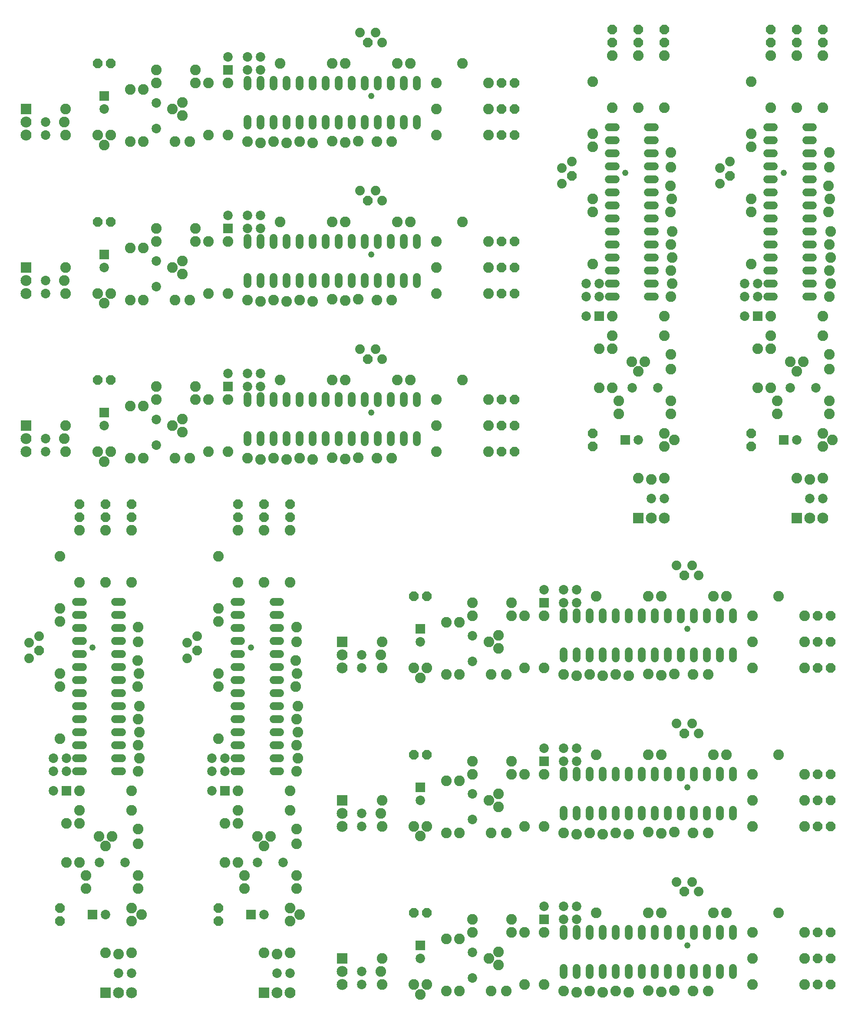
<source format=gbs>
G75*
G70*
%OFA0B0*%
%FSLAX25Y25*%
%IPPOS*%
%LPD*%
%AMOC8*
5,1,8,0,0,1.08239X$1,22.5*
%
%ADD149C,0.06000*%
%ADD163C,0.07400*%
%ADD202C,0.08200*%
%ADD31R,0.07300X0.07300*%
%ADD316C,0.04800*%
%ADD42C,0.08400*%
%ADD520C,0.07300*%
%ADD564R,0.08400X0.08400*%
%ADD635OC8,0.07400*%
X0020000Y0020000D02*
G75*
%LPD*%
D149*
X0107560Y0203750D02*
X0102360Y0203750D01*
X0102360Y0213750D02*
X0107560Y0213750D01*
X0107560Y0223750D02*
X0102360Y0223750D01*
X0102360Y0233750D02*
X0107560Y0233750D01*
X0107560Y0243750D02*
X0102360Y0243750D01*
X0102360Y0253750D02*
X0107560Y0253750D01*
X0107560Y0263750D02*
X0102360Y0263750D01*
X0102360Y0273750D02*
X0107560Y0273750D01*
X0107560Y0283750D02*
X0102360Y0283750D01*
X0102360Y0293750D02*
X0107560Y0293750D01*
X0107560Y0303750D02*
X0102360Y0303750D01*
X0102360Y0313750D02*
X0107560Y0313750D01*
X0107560Y0323750D02*
X0102360Y0323750D01*
X0102360Y0333750D02*
X0107560Y0333750D01*
X0077560Y0333750D02*
X0072360Y0333750D01*
X0072360Y0323750D02*
X0077560Y0323750D01*
X0077560Y0313750D02*
X0072360Y0313750D01*
X0072360Y0303750D02*
X0077560Y0303750D01*
X0077560Y0293750D02*
X0072360Y0293750D01*
X0072360Y0283750D02*
X0077560Y0283750D01*
X0077560Y0273750D02*
X0072360Y0273750D01*
X0072360Y0263750D02*
X0077560Y0263750D01*
X0077560Y0253750D02*
X0072360Y0253750D01*
X0072360Y0243750D02*
X0077560Y0243750D01*
X0077560Y0233750D02*
X0072360Y0233750D01*
X0072360Y0223750D02*
X0077560Y0223750D01*
X0077560Y0213750D02*
X0072360Y0213750D01*
X0072360Y0203750D02*
X0077560Y0203750D01*
D202*
X0074960Y0188750D03*
X0074960Y0173750D03*
X0074960Y0163750D03*
X0064960Y0163750D03*
X0064960Y0133750D03*
X0074960Y0133750D03*
X0079960Y0123750D03*
X0079960Y0113750D03*
X0089960Y0153750D03*
X0094960Y0146250D03*
X0099960Y0153750D03*
X0114960Y0173750D03*
X0114960Y0188750D03*
X0119960Y0203750D03*
X0120960Y0213750D03*
X0119960Y0223750D03*
X0120960Y0233750D03*
X0119960Y0243750D03*
X0120960Y0253750D03*
X0119460Y0268750D03*
X0120460Y0278750D03*
X0119460Y0288750D03*
X0119960Y0303050D03*
X0119960Y0314450D03*
X0114960Y0348750D03*
X0114960Y0388750D03*
X0094960Y0388750D03*
X0094960Y0348750D03*
X0074960Y0348750D03*
X0074960Y0388750D03*
X0059960Y0368750D03*
X0059960Y0328750D03*
X0059960Y0318750D03*
X0059960Y0278750D03*
X0059960Y0268750D03*
X0059960Y0228750D03*
X0094960Y0064250D03*
X0104960Y0063250D03*
X0114960Y0064250D03*
X0114960Y0088750D03*
X0114960Y0098750D03*
X0119960Y0113750D03*
X0119960Y0123750D03*
X0119960Y0148050D03*
X0119960Y0159450D03*
X0122460Y0093750D03*
D520*
X0109810Y0133750D03*
X0094960Y0093750D03*
X0090120Y0133750D03*
X0104960Y0048750D03*
X0114960Y0048750D03*
X0064960Y0203750D03*
X0064960Y0213750D03*
X0054960Y0213750D03*
X0054960Y0203750D03*
X0054960Y0188750D03*
D31*
X0064960Y0188750D03*
X0084960Y0093750D03*
D564*
X0094960Y0033750D03*
D42*
X0114960Y0033750D03*
X0104960Y0033750D03*
D635*
X0059960Y0088750D03*
X0059960Y0098750D03*
X0043780Y0296250D03*
X0074960Y0398750D03*
X0074960Y0408750D03*
X0094960Y0408750D03*
X0094960Y0398750D03*
X0114960Y0398750D03*
X0114960Y0408750D03*
D163*
X0043780Y0307250D03*
X0036150Y0302250D03*
X0036150Y0290250D03*
D316*
X0084960Y0298750D03*
X0020000Y0428950D02*
G75*
%LPD*%
D149*
X0203750Y0456350D02*
X0203750Y0461550D01*
X0213750Y0461550D02*
X0213750Y0456350D01*
X0223750Y0456350D02*
X0223750Y0461550D01*
X0233750Y0461550D02*
X0233750Y0456350D01*
X0243750Y0456350D02*
X0243750Y0461550D01*
X0253750Y0461550D02*
X0253750Y0456350D01*
X0263750Y0456350D02*
X0263750Y0461550D01*
X0273750Y0461550D02*
X0273750Y0456350D01*
X0283750Y0456350D02*
X0283750Y0461550D01*
X0293750Y0461550D02*
X0293750Y0456350D01*
X0303750Y0456350D02*
X0303750Y0461550D01*
X0313750Y0461550D02*
X0313750Y0456350D01*
X0323750Y0456350D02*
X0323750Y0461550D01*
X0333750Y0461550D02*
X0333750Y0456350D01*
X0333750Y0486350D02*
X0333750Y0491550D01*
X0323750Y0491550D02*
X0323750Y0486350D01*
X0313750Y0486350D02*
X0313750Y0491550D01*
X0303750Y0491550D02*
X0303750Y0486350D01*
X0293750Y0486350D02*
X0293750Y0491550D01*
X0283750Y0491550D02*
X0283750Y0486350D01*
X0273750Y0486350D02*
X0273750Y0491550D01*
X0263750Y0491550D02*
X0263750Y0486350D01*
X0253750Y0486350D02*
X0253750Y0491550D01*
X0243750Y0491550D02*
X0243750Y0486350D01*
X0233750Y0486350D02*
X0233750Y0491550D01*
X0223750Y0491550D02*
X0223750Y0486350D01*
X0213750Y0486350D02*
X0213750Y0491550D01*
X0203750Y0491550D02*
X0203750Y0486350D01*
D202*
X0188750Y0488950D03*
X0173750Y0488950D03*
X0163750Y0488950D03*
X0163750Y0498950D03*
X0133750Y0498950D03*
X0133750Y0488950D03*
X0123750Y0483950D03*
X0113750Y0483950D03*
X0153750Y0473950D03*
X0146250Y0468950D03*
X0153750Y0463950D03*
X0173750Y0448950D03*
X0188750Y0448950D03*
X0203750Y0443950D03*
X0213750Y0442950D03*
X0223750Y0443950D03*
X0233750Y0442950D03*
X0243750Y0443950D03*
X0253750Y0442950D03*
X0268750Y0444450D03*
X0278750Y0443450D03*
X0288750Y0444450D03*
X0303050Y0443950D03*
X0314450Y0443950D03*
X0348750Y0448950D03*
X0388750Y0448950D03*
X0388750Y0468950D03*
X0348750Y0468950D03*
X0348750Y0488950D03*
X0388750Y0488950D03*
X0368750Y0503950D03*
X0328750Y0503950D03*
X0318750Y0503950D03*
X0278750Y0503950D03*
X0268750Y0503950D03*
X0228750Y0503950D03*
X0064250Y0468950D03*
X0063250Y0458950D03*
X0064250Y0448950D03*
X0088750Y0448950D03*
X0098750Y0448950D03*
X0113750Y0443950D03*
X0123750Y0443950D03*
X0148050Y0443950D03*
X0159450Y0443950D03*
X0093750Y0441450D03*
D520*
X0133750Y0454100D03*
X0093750Y0468950D03*
X0133750Y0473790D03*
X0048750Y0458950D03*
X0048750Y0448950D03*
X0203750Y0498950D03*
X0213750Y0498950D03*
X0213750Y0508950D03*
X0203750Y0508950D03*
X0188750Y0508950D03*
D31*
X0188750Y0498950D03*
X0093750Y0478950D03*
D564*
X0033750Y0468950D03*
D42*
X0033750Y0448950D03*
X0033750Y0458950D03*
D635*
X0088750Y0503950D03*
X0098750Y0503950D03*
X0296250Y0520130D03*
X0398750Y0488950D03*
X0408750Y0488950D03*
X0408750Y0468950D03*
X0398750Y0468950D03*
X0398750Y0448950D03*
X0408750Y0448950D03*
D163*
X0307250Y0520130D03*
X0302250Y0527760D03*
X0290250Y0527760D03*
D316*
X0298750Y0478950D03*
X0141460Y0020000D02*
G75*
%LPD*%
D149*
X0229020Y0203750D02*
X0223820Y0203750D01*
X0223820Y0213750D02*
X0229020Y0213750D01*
X0229020Y0223750D02*
X0223820Y0223750D01*
X0223820Y0233750D02*
X0229020Y0233750D01*
X0229020Y0243750D02*
X0223820Y0243750D01*
X0223820Y0253750D02*
X0229020Y0253750D01*
X0229020Y0263750D02*
X0223820Y0263750D01*
X0223820Y0273750D02*
X0229020Y0273750D01*
X0229020Y0283750D02*
X0223820Y0283750D01*
X0223820Y0293750D02*
X0229020Y0293750D01*
X0229020Y0303750D02*
X0223820Y0303750D01*
X0223820Y0313750D02*
X0229020Y0313750D01*
X0229020Y0323750D02*
X0223820Y0323750D01*
X0223820Y0333750D02*
X0229020Y0333750D01*
X0199020Y0333750D02*
X0193820Y0333750D01*
X0193820Y0323750D02*
X0199020Y0323750D01*
X0199020Y0313750D02*
X0193820Y0313750D01*
X0193820Y0303750D02*
X0199020Y0303750D01*
X0199020Y0293750D02*
X0193820Y0293750D01*
X0193820Y0283750D02*
X0199020Y0283750D01*
X0199020Y0273750D02*
X0193820Y0273750D01*
X0193820Y0263750D02*
X0199020Y0263750D01*
X0199020Y0253750D02*
X0193820Y0253750D01*
X0193820Y0243750D02*
X0199020Y0243750D01*
X0199020Y0233750D02*
X0193820Y0233750D01*
X0193820Y0223750D02*
X0199020Y0223750D01*
X0199020Y0213750D02*
X0193820Y0213750D01*
X0193820Y0203750D02*
X0199020Y0203750D01*
D202*
X0196420Y0188750D03*
X0196420Y0173750D03*
X0196420Y0163750D03*
X0186420Y0163750D03*
X0186420Y0133750D03*
X0196420Y0133750D03*
X0201420Y0123750D03*
X0201420Y0113750D03*
X0211420Y0153750D03*
X0216420Y0146250D03*
X0221420Y0153750D03*
X0236420Y0173750D03*
X0236420Y0188750D03*
X0241420Y0203750D03*
X0242420Y0213750D03*
X0241420Y0223750D03*
X0242420Y0233750D03*
X0241420Y0243750D03*
X0242420Y0253750D03*
X0240920Y0268750D03*
X0241920Y0278750D03*
X0240920Y0288750D03*
X0241420Y0303050D03*
X0241420Y0314450D03*
X0236420Y0348750D03*
X0236420Y0388750D03*
X0216420Y0388750D03*
X0216420Y0348750D03*
X0196420Y0348750D03*
X0196420Y0388750D03*
X0181420Y0368750D03*
X0181420Y0328750D03*
X0181420Y0318750D03*
X0181420Y0278750D03*
X0181420Y0268750D03*
X0181420Y0228750D03*
X0216420Y0064250D03*
X0226420Y0063250D03*
X0236420Y0064250D03*
X0236420Y0088750D03*
X0236420Y0098750D03*
X0241420Y0113750D03*
X0241420Y0123750D03*
X0241420Y0148050D03*
X0241420Y0159450D03*
X0243920Y0093750D03*
D520*
X0231270Y0133750D03*
X0216420Y0093750D03*
X0211580Y0133750D03*
X0226420Y0048750D03*
X0236420Y0048750D03*
X0186420Y0203750D03*
X0186420Y0213750D03*
X0176420Y0213750D03*
X0176420Y0203750D03*
X0176420Y0188750D03*
D31*
X0186420Y0188750D03*
X0206420Y0093750D03*
D564*
X0216420Y0033750D03*
D42*
X0236420Y0033750D03*
X0226420Y0033750D03*
D635*
X0181420Y0088750D03*
X0181420Y0098750D03*
X0165240Y0296250D03*
X0196420Y0398750D03*
X0196420Y0408750D03*
X0216420Y0408750D03*
X0216420Y0398750D03*
X0236420Y0398750D03*
X0236420Y0408750D03*
D163*
X0165240Y0307250D03*
X0157610Y0302250D03*
X0157610Y0290250D03*
D316*
X0206420Y0298750D03*
X0020000Y0550410D02*
G75*
%LPD*%
D149*
X0203750Y0577810D02*
X0203750Y0583010D01*
X0213750Y0583010D02*
X0213750Y0577810D01*
X0223750Y0577810D02*
X0223750Y0583010D01*
X0233750Y0583010D02*
X0233750Y0577810D01*
X0243750Y0577810D02*
X0243750Y0583010D01*
X0253750Y0583010D02*
X0253750Y0577810D01*
X0263750Y0577810D02*
X0263750Y0583010D01*
X0273750Y0583010D02*
X0273750Y0577810D01*
X0283750Y0577810D02*
X0283750Y0583010D01*
X0293750Y0583010D02*
X0293750Y0577810D01*
X0303750Y0577810D02*
X0303750Y0583010D01*
X0313750Y0583010D02*
X0313750Y0577810D01*
X0323750Y0577810D02*
X0323750Y0583010D01*
X0333750Y0583010D02*
X0333750Y0577810D01*
X0333750Y0607810D02*
X0333750Y0613010D01*
X0323750Y0613010D02*
X0323750Y0607810D01*
X0313750Y0607810D02*
X0313750Y0613010D01*
X0303750Y0613010D02*
X0303750Y0607810D01*
X0293750Y0607810D02*
X0293750Y0613010D01*
X0283750Y0613010D02*
X0283750Y0607810D01*
X0273750Y0607810D02*
X0273750Y0613010D01*
X0263750Y0613010D02*
X0263750Y0607810D01*
X0253750Y0607810D02*
X0253750Y0613010D01*
X0243750Y0613010D02*
X0243750Y0607810D01*
X0233750Y0607810D02*
X0233750Y0613010D01*
X0223750Y0613010D02*
X0223750Y0607810D01*
X0213750Y0607810D02*
X0213750Y0613010D01*
X0203750Y0613010D02*
X0203750Y0607810D01*
D202*
X0188750Y0610410D03*
X0173750Y0610410D03*
X0163750Y0610410D03*
X0163750Y0620410D03*
X0133750Y0620410D03*
X0133750Y0610410D03*
X0123750Y0605410D03*
X0113750Y0605410D03*
X0153750Y0595410D03*
X0146250Y0590410D03*
X0153750Y0585410D03*
X0173750Y0570410D03*
X0188750Y0570410D03*
X0203750Y0565410D03*
X0213750Y0564410D03*
X0223750Y0565410D03*
X0233750Y0564410D03*
X0243750Y0565410D03*
X0253750Y0564410D03*
X0268750Y0565910D03*
X0278750Y0564910D03*
X0288750Y0565910D03*
X0303050Y0565410D03*
X0314450Y0565410D03*
X0348750Y0570410D03*
X0388750Y0570410D03*
X0388750Y0590410D03*
X0348750Y0590410D03*
X0348750Y0610410D03*
X0388750Y0610410D03*
X0368750Y0625410D03*
X0328750Y0625410D03*
X0318750Y0625410D03*
X0278750Y0625410D03*
X0268750Y0625410D03*
X0228750Y0625410D03*
X0064250Y0590410D03*
X0063250Y0580410D03*
X0064250Y0570410D03*
X0088750Y0570410D03*
X0098750Y0570410D03*
X0113750Y0565410D03*
X0123750Y0565410D03*
X0148050Y0565410D03*
X0159450Y0565410D03*
X0093750Y0562910D03*
D520*
X0133750Y0575560D03*
X0093750Y0590410D03*
X0133750Y0595250D03*
X0048750Y0580410D03*
X0048750Y0570410D03*
X0203750Y0620410D03*
X0213750Y0620410D03*
X0213750Y0630410D03*
X0203750Y0630410D03*
X0188750Y0630410D03*
D31*
X0188750Y0620410D03*
X0093750Y0600410D03*
D564*
X0033750Y0590410D03*
D42*
X0033750Y0570410D03*
X0033750Y0580410D03*
D635*
X0088750Y0625410D03*
X0098750Y0625410D03*
X0296250Y0641590D03*
X0398750Y0610410D03*
X0408750Y0610410D03*
X0408750Y0590410D03*
X0398750Y0590410D03*
X0398750Y0570410D03*
X0408750Y0570410D03*
D163*
X0307250Y0641590D03*
X0302250Y0649220D03*
X0290250Y0649220D03*
D316*
X0298750Y0600410D03*
X0262920Y0020000D02*
G75*
%LPD*%
D149*
X0446670Y0047400D02*
X0446670Y0052600D01*
X0456670Y0052600D02*
X0456670Y0047400D01*
X0466670Y0047400D02*
X0466670Y0052600D01*
X0476670Y0052600D02*
X0476670Y0047400D01*
X0486670Y0047400D02*
X0486670Y0052600D01*
X0496670Y0052600D02*
X0496670Y0047400D01*
X0506670Y0047400D02*
X0506670Y0052600D01*
X0516670Y0052600D02*
X0516670Y0047400D01*
X0526670Y0047400D02*
X0526670Y0052600D01*
X0536670Y0052600D02*
X0536670Y0047400D01*
X0546670Y0047400D02*
X0546670Y0052600D01*
X0556670Y0052600D02*
X0556670Y0047400D01*
X0566670Y0047400D02*
X0566670Y0052600D01*
X0576670Y0052600D02*
X0576670Y0047400D01*
X0576670Y0077400D02*
X0576670Y0082600D01*
X0566670Y0082600D02*
X0566670Y0077400D01*
X0556670Y0077400D02*
X0556670Y0082600D01*
X0546670Y0082600D02*
X0546670Y0077400D01*
X0536670Y0077400D02*
X0536670Y0082600D01*
X0526670Y0082600D02*
X0526670Y0077400D01*
X0516670Y0077400D02*
X0516670Y0082600D01*
X0506670Y0082600D02*
X0506670Y0077400D01*
X0496670Y0077400D02*
X0496670Y0082600D01*
X0486670Y0082600D02*
X0486670Y0077400D01*
X0476670Y0077400D02*
X0476670Y0082600D01*
X0466670Y0082600D02*
X0466670Y0077400D01*
X0456670Y0077400D02*
X0456670Y0082600D01*
X0446670Y0082600D02*
X0446670Y0077400D01*
D202*
X0431670Y0080000D03*
X0416670Y0080000D03*
X0406670Y0080000D03*
X0406670Y0090000D03*
X0376670Y0090000D03*
X0376670Y0080000D03*
X0366670Y0075000D03*
X0356670Y0075000D03*
X0396670Y0065000D03*
X0389170Y0060000D03*
X0396670Y0055000D03*
X0416670Y0040000D03*
X0431670Y0040000D03*
X0446670Y0035000D03*
X0456670Y0034000D03*
X0466670Y0035000D03*
X0476670Y0034000D03*
X0486670Y0035000D03*
X0496670Y0034000D03*
X0511670Y0035500D03*
X0521670Y0034500D03*
X0531670Y0035500D03*
X0545970Y0035000D03*
X0557370Y0035000D03*
X0591670Y0040000D03*
X0631670Y0040000D03*
X0631670Y0060000D03*
X0591670Y0060000D03*
X0591670Y0080000D03*
X0631670Y0080000D03*
X0611670Y0095000D03*
X0571670Y0095000D03*
X0561670Y0095000D03*
X0521670Y0095000D03*
X0511670Y0095000D03*
X0471670Y0095000D03*
X0307170Y0060000D03*
X0306170Y0050000D03*
X0307170Y0040000D03*
X0331670Y0040000D03*
X0341670Y0040000D03*
X0356670Y0035000D03*
X0366670Y0035000D03*
X0390970Y0035000D03*
X0402370Y0035000D03*
X0336670Y0032500D03*
D520*
X0376670Y0045150D03*
X0336670Y0060000D03*
X0376670Y0064840D03*
X0291670Y0050000D03*
X0291670Y0040000D03*
X0446670Y0090000D03*
X0456670Y0090000D03*
X0456670Y0100000D03*
X0446670Y0100000D03*
X0431670Y0100000D03*
D31*
X0431670Y0090000D03*
X0336670Y0070000D03*
D564*
X0276670Y0060000D03*
D42*
X0276670Y0040000D03*
X0276670Y0050000D03*
D635*
X0331670Y0095000D03*
X0341670Y0095000D03*
X0539170Y0111180D03*
X0641670Y0080000D03*
X0651670Y0080000D03*
X0651670Y0060000D03*
X0641670Y0060000D03*
X0641670Y0040000D03*
X0651670Y0040000D03*
D163*
X0550170Y0111180D03*
X0545170Y0118810D03*
X0533170Y0118810D03*
D316*
X0541670Y0070000D03*
X0262920Y0141460D02*
G75*
%LPD*%
D149*
X0446670Y0168860D02*
X0446670Y0174060D01*
X0456670Y0174060D02*
X0456670Y0168860D01*
X0466670Y0168860D02*
X0466670Y0174060D01*
X0476670Y0174060D02*
X0476670Y0168860D01*
X0486670Y0168860D02*
X0486670Y0174060D01*
X0496670Y0174060D02*
X0496670Y0168860D01*
X0506670Y0168860D02*
X0506670Y0174060D01*
X0516670Y0174060D02*
X0516670Y0168860D01*
X0526670Y0168860D02*
X0526670Y0174060D01*
X0536670Y0174060D02*
X0536670Y0168860D01*
X0546670Y0168860D02*
X0546670Y0174060D01*
X0556670Y0174060D02*
X0556670Y0168860D01*
X0566670Y0168860D02*
X0566670Y0174060D01*
X0576670Y0174060D02*
X0576670Y0168860D01*
X0576670Y0198860D02*
X0576670Y0204060D01*
X0566670Y0204060D02*
X0566670Y0198860D01*
X0556670Y0198860D02*
X0556670Y0204060D01*
X0546670Y0204060D02*
X0546670Y0198860D01*
X0536670Y0198860D02*
X0536670Y0204060D01*
X0526670Y0204060D02*
X0526670Y0198860D01*
X0516670Y0198860D02*
X0516670Y0204060D01*
X0506670Y0204060D02*
X0506670Y0198860D01*
X0496670Y0198860D02*
X0496670Y0204060D01*
X0486670Y0204060D02*
X0486670Y0198860D01*
X0476670Y0198860D02*
X0476670Y0204060D01*
X0466670Y0204060D02*
X0466670Y0198860D01*
X0456670Y0198860D02*
X0456670Y0204060D01*
X0446670Y0204060D02*
X0446670Y0198860D01*
D202*
X0431670Y0201460D03*
X0416670Y0201460D03*
X0406670Y0201460D03*
X0406670Y0211460D03*
X0376670Y0211460D03*
X0376670Y0201460D03*
X0366670Y0196460D03*
X0356670Y0196460D03*
X0396670Y0186460D03*
X0389170Y0181460D03*
X0396670Y0176460D03*
X0416670Y0161460D03*
X0431670Y0161460D03*
X0446670Y0156460D03*
X0456670Y0155460D03*
X0466670Y0156460D03*
X0476670Y0155460D03*
X0486670Y0156460D03*
X0496670Y0155460D03*
X0511670Y0156960D03*
X0521670Y0155960D03*
X0531670Y0156960D03*
X0545970Y0156460D03*
X0557370Y0156460D03*
X0591670Y0161460D03*
X0631670Y0161460D03*
X0631670Y0181460D03*
X0591670Y0181460D03*
X0591670Y0201460D03*
X0631670Y0201460D03*
X0611670Y0216460D03*
X0571670Y0216460D03*
X0561670Y0216460D03*
X0521670Y0216460D03*
X0511670Y0216460D03*
X0471670Y0216460D03*
X0307170Y0181460D03*
X0306170Y0171460D03*
X0307170Y0161460D03*
X0331670Y0161460D03*
X0341670Y0161460D03*
X0356670Y0156460D03*
X0366670Y0156460D03*
X0390970Y0156460D03*
X0402370Y0156460D03*
X0336670Y0153960D03*
D520*
X0376670Y0166610D03*
X0336670Y0181460D03*
X0376670Y0186300D03*
X0291670Y0171460D03*
X0291670Y0161460D03*
X0446670Y0211460D03*
X0456670Y0211460D03*
X0456670Y0221460D03*
X0446670Y0221460D03*
X0431670Y0221460D03*
D31*
X0431670Y0211460D03*
X0336670Y0191460D03*
D564*
X0276670Y0181460D03*
D42*
X0276670Y0161460D03*
X0276670Y0171460D03*
D635*
X0331670Y0216460D03*
X0341670Y0216460D03*
X0539170Y0232640D03*
X0641670Y0201460D03*
X0651670Y0201460D03*
X0651670Y0181460D03*
X0641670Y0181460D03*
X0641670Y0161460D03*
X0651670Y0161460D03*
D163*
X0550170Y0232640D03*
X0545170Y0240270D03*
X0533170Y0240270D03*
D316*
X0541670Y0191460D03*
X0262920Y0262920D02*
G75*
%LPD*%
D149*
X0446670Y0290320D02*
X0446670Y0295520D01*
X0456670Y0295520D02*
X0456670Y0290320D01*
X0466670Y0290320D02*
X0466670Y0295520D01*
X0476670Y0295520D02*
X0476670Y0290320D01*
X0486670Y0290320D02*
X0486670Y0295520D01*
X0496670Y0295520D02*
X0496670Y0290320D01*
X0506670Y0290320D02*
X0506670Y0295520D01*
X0516670Y0295520D02*
X0516670Y0290320D01*
X0526670Y0290320D02*
X0526670Y0295520D01*
X0536670Y0295520D02*
X0536670Y0290320D01*
X0546670Y0290320D02*
X0546670Y0295520D01*
X0556670Y0295520D02*
X0556670Y0290320D01*
X0566670Y0290320D02*
X0566670Y0295520D01*
X0576670Y0295520D02*
X0576670Y0290320D01*
X0576670Y0320320D02*
X0576670Y0325520D01*
X0566670Y0325520D02*
X0566670Y0320320D01*
X0556670Y0320320D02*
X0556670Y0325520D01*
X0546670Y0325520D02*
X0546670Y0320320D01*
X0536670Y0320320D02*
X0536670Y0325520D01*
X0526670Y0325520D02*
X0526670Y0320320D01*
X0516670Y0320320D02*
X0516670Y0325520D01*
X0506670Y0325520D02*
X0506670Y0320320D01*
X0496670Y0320320D02*
X0496670Y0325520D01*
X0486670Y0325520D02*
X0486670Y0320320D01*
X0476670Y0320320D02*
X0476670Y0325520D01*
X0466670Y0325520D02*
X0466670Y0320320D01*
X0456670Y0320320D02*
X0456670Y0325520D01*
X0446670Y0325520D02*
X0446670Y0320320D01*
D202*
X0431670Y0322920D03*
X0416670Y0322920D03*
X0406670Y0322920D03*
X0406670Y0332920D03*
X0376670Y0332920D03*
X0376670Y0322920D03*
X0366670Y0317920D03*
X0356670Y0317920D03*
X0396670Y0307920D03*
X0389170Y0302920D03*
X0396670Y0297920D03*
X0416670Y0282920D03*
X0431670Y0282920D03*
X0446670Y0277920D03*
X0456670Y0276920D03*
X0466670Y0277920D03*
X0476670Y0276920D03*
X0486670Y0277920D03*
X0496670Y0276920D03*
X0511670Y0278420D03*
X0521670Y0277420D03*
X0531670Y0278420D03*
X0545970Y0277920D03*
X0557370Y0277920D03*
X0591670Y0282920D03*
X0631670Y0282920D03*
X0631670Y0302920D03*
X0591670Y0302920D03*
X0591670Y0322920D03*
X0631670Y0322920D03*
X0611670Y0337920D03*
X0571670Y0337920D03*
X0561670Y0337920D03*
X0521670Y0337920D03*
X0511670Y0337920D03*
X0471670Y0337920D03*
X0307170Y0302920D03*
X0306170Y0292920D03*
X0307170Y0282920D03*
X0331670Y0282920D03*
X0341670Y0282920D03*
X0356670Y0277920D03*
X0366670Y0277920D03*
X0390970Y0277920D03*
X0402370Y0277920D03*
X0336670Y0275420D03*
D520*
X0376670Y0288070D03*
X0336670Y0302920D03*
X0376670Y0307760D03*
X0291670Y0292920D03*
X0291670Y0282920D03*
X0446670Y0332920D03*
X0456670Y0332920D03*
X0456670Y0342920D03*
X0446670Y0342920D03*
X0431670Y0342920D03*
D31*
X0431670Y0332920D03*
X0336670Y0312920D03*
D564*
X0276670Y0302920D03*
D42*
X0276670Y0282920D03*
X0276670Y0292920D03*
D635*
X0331670Y0337920D03*
X0341670Y0337920D03*
X0539170Y0354100D03*
X0641670Y0322920D03*
X0651670Y0322920D03*
X0651670Y0302920D03*
X0641670Y0302920D03*
X0641670Y0282920D03*
X0651670Y0282920D03*
D163*
X0550170Y0354100D03*
X0545170Y0361730D03*
X0533170Y0361730D03*
D316*
X0541670Y0312920D03*
X0020000Y0671870D02*
G75*
%LPD*%
D149*
X0203750Y0699270D02*
X0203750Y0704470D01*
X0213750Y0704470D02*
X0213750Y0699270D01*
X0223750Y0699270D02*
X0223750Y0704470D01*
X0233750Y0704470D02*
X0233750Y0699270D01*
X0243750Y0699270D02*
X0243750Y0704470D01*
X0253750Y0704470D02*
X0253750Y0699270D01*
X0263750Y0699270D02*
X0263750Y0704470D01*
X0273750Y0704470D02*
X0273750Y0699270D01*
X0283750Y0699270D02*
X0283750Y0704470D01*
X0293750Y0704470D02*
X0293750Y0699270D01*
X0303750Y0699270D02*
X0303750Y0704470D01*
X0313750Y0704470D02*
X0313750Y0699270D01*
X0323750Y0699270D02*
X0323750Y0704470D01*
X0333750Y0704470D02*
X0333750Y0699270D01*
X0333750Y0729270D02*
X0333750Y0734470D01*
X0323750Y0734470D02*
X0323750Y0729270D01*
X0313750Y0729270D02*
X0313750Y0734470D01*
X0303750Y0734470D02*
X0303750Y0729270D01*
X0293750Y0729270D02*
X0293750Y0734470D01*
X0283750Y0734470D02*
X0283750Y0729270D01*
X0273750Y0729270D02*
X0273750Y0734470D01*
X0263750Y0734470D02*
X0263750Y0729270D01*
X0253750Y0729270D02*
X0253750Y0734470D01*
X0243750Y0734470D02*
X0243750Y0729270D01*
X0233750Y0729270D02*
X0233750Y0734470D01*
X0223750Y0734470D02*
X0223750Y0729270D01*
X0213750Y0729270D02*
X0213750Y0734470D01*
X0203750Y0734470D02*
X0203750Y0729270D01*
D202*
X0188750Y0731870D03*
X0173750Y0731870D03*
X0163750Y0731870D03*
X0163750Y0741870D03*
X0133750Y0741870D03*
X0133750Y0731870D03*
X0123750Y0726870D03*
X0113750Y0726870D03*
X0153750Y0716870D03*
X0146250Y0711870D03*
X0153750Y0706870D03*
X0173750Y0691870D03*
X0188750Y0691870D03*
X0203750Y0686870D03*
X0213750Y0685870D03*
X0223750Y0686870D03*
X0233750Y0685870D03*
X0243750Y0686870D03*
X0253750Y0685870D03*
X0268750Y0687370D03*
X0278750Y0686370D03*
X0288750Y0687370D03*
X0303050Y0686870D03*
X0314450Y0686870D03*
X0348750Y0691870D03*
X0388750Y0691870D03*
X0388750Y0711870D03*
X0348750Y0711870D03*
X0348750Y0731870D03*
X0388750Y0731870D03*
X0368750Y0746870D03*
X0328750Y0746870D03*
X0318750Y0746870D03*
X0278750Y0746870D03*
X0268750Y0746870D03*
X0228750Y0746870D03*
X0064250Y0711870D03*
X0063250Y0701870D03*
X0064250Y0691870D03*
X0088750Y0691870D03*
X0098750Y0691870D03*
X0113750Y0686870D03*
X0123750Y0686870D03*
X0148050Y0686870D03*
X0159450Y0686870D03*
X0093750Y0684370D03*
D520*
X0133750Y0697020D03*
X0093750Y0711870D03*
X0133750Y0716710D03*
X0048750Y0701870D03*
X0048750Y0691870D03*
X0203750Y0741870D03*
X0213750Y0741870D03*
X0213750Y0751870D03*
X0203750Y0751870D03*
X0188750Y0751870D03*
D31*
X0188750Y0741870D03*
X0093750Y0721870D03*
D564*
X0033750Y0711870D03*
D42*
X0033750Y0691870D03*
X0033750Y0701870D03*
D635*
X0088750Y0746870D03*
X0098750Y0746870D03*
X0296250Y0763050D03*
X0398750Y0731870D03*
X0408750Y0731870D03*
X0408750Y0711870D03*
X0398750Y0711870D03*
X0398750Y0691870D03*
X0408750Y0691870D03*
D163*
X0307250Y0763050D03*
X0302250Y0770680D03*
X0290250Y0770680D03*
D316*
X0298750Y0721870D03*
X0428950Y0384380D02*
G75*
%LPD*%
D149*
X0516510Y0568130D02*
X0511310Y0568130D01*
X0511310Y0578130D02*
X0516510Y0578130D01*
X0516510Y0588130D02*
X0511310Y0588130D01*
X0511310Y0598130D02*
X0516510Y0598130D01*
X0516510Y0608130D02*
X0511310Y0608130D01*
X0511310Y0618130D02*
X0516510Y0618130D01*
X0516510Y0628130D02*
X0511310Y0628130D01*
X0511310Y0638130D02*
X0516510Y0638130D01*
X0516510Y0648130D02*
X0511310Y0648130D01*
X0511310Y0658130D02*
X0516510Y0658130D01*
X0516510Y0668130D02*
X0511310Y0668130D01*
X0511310Y0678130D02*
X0516510Y0678130D01*
X0516510Y0688130D02*
X0511310Y0688130D01*
X0511310Y0698130D02*
X0516510Y0698130D01*
X0486510Y0698130D02*
X0481310Y0698130D01*
X0481310Y0688130D02*
X0486510Y0688130D01*
X0486510Y0678130D02*
X0481310Y0678130D01*
X0481310Y0668130D02*
X0486510Y0668130D01*
X0486510Y0658130D02*
X0481310Y0658130D01*
X0481310Y0648130D02*
X0486510Y0648130D01*
X0486510Y0638130D02*
X0481310Y0638130D01*
X0481310Y0628130D02*
X0486510Y0628130D01*
X0486510Y0618130D02*
X0481310Y0618130D01*
X0481310Y0608130D02*
X0486510Y0608130D01*
X0486510Y0598130D02*
X0481310Y0598130D01*
X0481310Y0588130D02*
X0486510Y0588130D01*
X0486510Y0578130D02*
X0481310Y0578130D01*
X0481310Y0568130D02*
X0486510Y0568130D01*
D202*
X0483910Y0553130D03*
X0483910Y0538130D03*
X0483910Y0528130D03*
X0473910Y0528130D03*
X0473910Y0498130D03*
X0483910Y0498130D03*
X0488910Y0488130D03*
X0488910Y0478130D03*
X0498910Y0518130D03*
X0503910Y0510630D03*
X0508910Y0518130D03*
X0523910Y0538130D03*
X0523910Y0553130D03*
X0528910Y0568130D03*
X0529910Y0578130D03*
X0528910Y0588130D03*
X0529910Y0598130D03*
X0528910Y0608130D03*
X0529910Y0618130D03*
X0528410Y0633130D03*
X0529410Y0643130D03*
X0528410Y0653130D03*
X0528910Y0667430D03*
X0528910Y0678830D03*
X0523910Y0713130D03*
X0523910Y0753130D03*
X0503910Y0753130D03*
X0503910Y0713130D03*
X0483910Y0713130D03*
X0483910Y0753130D03*
X0468910Y0733130D03*
X0468910Y0693130D03*
X0468910Y0683130D03*
X0468910Y0643130D03*
X0468910Y0633130D03*
X0468910Y0593130D03*
X0503910Y0428630D03*
X0513910Y0427630D03*
X0523910Y0428630D03*
X0523910Y0453130D03*
X0523910Y0463130D03*
X0528910Y0478130D03*
X0528910Y0488130D03*
X0528910Y0512430D03*
X0528910Y0523830D03*
X0531410Y0458130D03*
D520*
X0518760Y0498130D03*
X0503910Y0458130D03*
X0499070Y0498130D03*
X0513910Y0413130D03*
X0523910Y0413130D03*
X0473910Y0568130D03*
X0473910Y0578130D03*
X0463910Y0578130D03*
X0463910Y0568130D03*
X0463910Y0553130D03*
D31*
X0473910Y0553130D03*
X0493910Y0458130D03*
D564*
X0503910Y0398130D03*
D42*
X0523910Y0398130D03*
X0513910Y0398130D03*
D635*
X0468910Y0453130D03*
X0468910Y0463130D03*
X0452730Y0660630D03*
X0483910Y0763130D03*
X0483910Y0773130D03*
X0503910Y0773130D03*
X0503910Y0763130D03*
X0523910Y0763130D03*
X0523910Y0773130D03*
D163*
X0452730Y0671630D03*
X0445100Y0666630D03*
X0445100Y0654630D03*
D316*
X0493910Y0663130D03*
X0550410Y0384380D02*
G75*
%LPD*%
D149*
X0637970Y0568130D02*
X0632770Y0568130D01*
X0632770Y0578130D02*
X0637970Y0578130D01*
X0637970Y0588130D02*
X0632770Y0588130D01*
X0632770Y0598130D02*
X0637970Y0598130D01*
X0637970Y0608130D02*
X0632770Y0608130D01*
X0632770Y0618130D02*
X0637970Y0618130D01*
X0637970Y0628130D02*
X0632770Y0628130D01*
X0632770Y0638130D02*
X0637970Y0638130D01*
X0637970Y0648130D02*
X0632770Y0648130D01*
X0632770Y0658130D02*
X0637970Y0658130D01*
X0637970Y0668130D02*
X0632770Y0668130D01*
X0632770Y0678130D02*
X0637970Y0678130D01*
X0637970Y0688130D02*
X0632770Y0688130D01*
X0632770Y0698130D02*
X0637970Y0698130D01*
X0607970Y0698130D02*
X0602770Y0698130D01*
X0602770Y0688130D02*
X0607970Y0688130D01*
X0607970Y0678130D02*
X0602770Y0678130D01*
X0602770Y0668130D02*
X0607970Y0668130D01*
X0607970Y0658130D02*
X0602770Y0658130D01*
X0602770Y0648130D02*
X0607970Y0648130D01*
X0607970Y0638130D02*
X0602770Y0638130D01*
X0602770Y0628130D02*
X0607970Y0628130D01*
X0607970Y0618130D02*
X0602770Y0618130D01*
X0602770Y0608130D02*
X0607970Y0608130D01*
X0607970Y0598130D02*
X0602770Y0598130D01*
X0602770Y0588130D02*
X0607970Y0588130D01*
X0607970Y0578130D02*
X0602770Y0578130D01*
X0602770Y0568130D02*
X0607970Y0568130D01*
D202*
X0605370Y0553130D03*
X0605370Y0538130D03*
X0605370Y0528130D03*
X0595370Y0528130D03*
X0595370Y0498130D03*
X0605370Y0498130D03*
X0610370Y0488130D03*
X0610370Y0478130D03*
X0620370Y0518130D03*
X0625370Y0510630D03*
X0630370Y0518130D03*
X0645370Y0538130D03*
X0645370Y0553130D03*
X0650370Y0568130D03*
X0651370Y0578130D03*
X0650370Y0588130D03*
X0651370Y0598130D03*
X0650370Y0608130D03*
X0651370Y0618130D03*
X0649870Y0633130D03*
X0650870Y0643130D03*
X0649870Y0653130D03*
X0650370Y0667430D03*
X0650370Y0678830D03*
X0645370Y0713130D03*
X0645370Y0753130D03*
X0625370Y0753130D03*
X0625370Y0713130D03*
X0605370Y0713130D03*
X0605370Y0753130D03*
X0590370Y0733130D03*
X0590370Y0693130D03*
X0590370Y0683130D03*
X0590370Y0643130D03*
X0590370Y0633130D03*
X0590370Y0593130D03*
X0625370Y0428630D03*
X0635370Y0427630D03*
X0645370Y0428630D03*
X0645370Y0453130D03*
X0645370Y0463130D03*
X0650370Y0478130D03*
X0650370Y0488130D03*
X0650370Y0512430D03*
X0650370Y0523830D03*
X0652870Y0458130D03*
D520*
X0640220Y0498130D03*
X0625370Y0458130D03*
X0620530Y0498130D03*
X0635370Y0413130D03*
X0645370Y0413130D03*
X0595370Y0568130D03*
X0595370Y0578130D03*
X0585370Y0578130D03*
X0585370Y0568130D03*
X0585370Y0553130D03*
D31*
X0595370Y0553130D03*
X0615370Y0458130D03*
D564*
X0625370Y0398130D03*
D42*
X0645370Y0398130D03*
X0635370Y0398130D03*
D635*
X0590370Y0453130D03*
X0590370Y0463130D03*
X0574190Y0660630D03*
X0605370Y0763130D03*
X0605370Y0773130D03*
X0625370Y0773130D03*
X0625370Y0763130D03*
X0645370Y0763130D03*
X0645370Y0773130D03*
D163*
X0574190Y0671630D03*
X0566560Y0666630D03*
X0566560Y0654630D03*
D316*
X0615370Y0663130D03*
M02*

</source>
